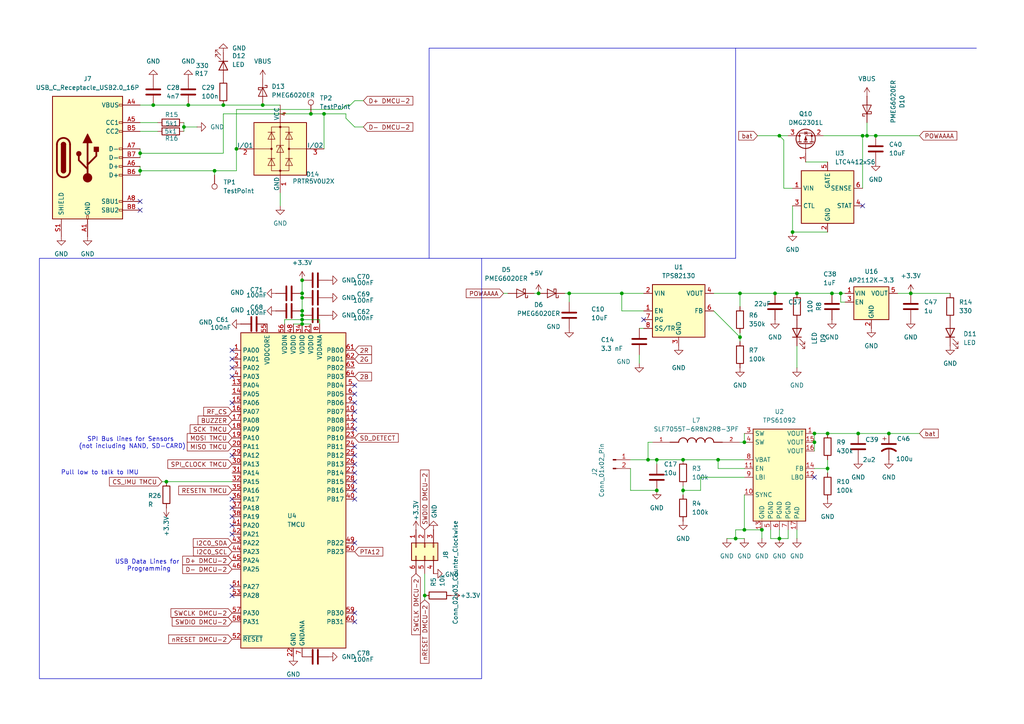
<source format=kicad_sch>
(kicad_sch (version 20250114) (generator "eeschema") (generator_version "9.0")
  (paper "A4")
  (rectangle (start 11.43 74.93) (end 139.7 196.85))
  (rectangle (start -120.65 31.75) (end -2.54 91.44))
  (rectangle (start -74.676 92.71) (end -2.54 135.636))
  (rectangle (start -144.78 137.16) (end -2.54 182.88))
  (text "Storage/Logging" (at -79.248 180.086 0) (effects (font (size 1.27 1.27))))
  (text "Pull low to talk to IMU" (at 28.956 137.16 0) (effects (font (size 1.27 1.27))))
  (text "Baro" (at -42.926 133.35 0) (effects (font (size 2.032 2.032))))
  (text "USB Data Lines for \nProgramming" (at 43.18 164.084 0) (effects (font (size 1.27 1.27))))
  (text "SPI Bus lines for Sensors \n(not including NAND, SD-CARD)" (at 38.354 128.524 0) (effects (font (size 1.27 1.27))))
  (junction (at -55.88 106.68))
  (junction (at 90.17 33.02))
  (junction (at -71.12 53.34))
  (junction (at -110.49 124.46))
  (junction (at 240.03 125.73))
  (junction (at 250.19 39.37))
  (junction (at 226.06 156.21))
  (junction (at 123.19 172.72))
  (junction (at 226.06 39.37))
  (junction (at 198.12 133.35))
  (junction (at 240.03 135.89))
  (junction (at -133.35 115.57))
  (junction (at 180.34 85.09))
  (junction (at -60.96 153.67))
  (junction (at 264.16 85.09))
  (junction (at 241.3 85.09))
  (junction (at 236.22 128.27))
  (junction (at 243.84 85.09))
  (junction (at 213.36 156.21))
  (junction (at 214.63 85.09))
  (junction (at 87.63 92.71))
  (junction (at 229.87 67.31))
  (junction (at 62.23 49.53))
  (junction (at -46.99 45.72))
  (junction (at 53.34 36.83))
  (junction (at 165.1 85.09))
  (junction (at 187.96 133.35))
  (junction (at 198.12 142.24))
  (junction (at 190.5 142.24))
  (junction (at 87.63 93.98))
  (junction (at 208.28 133.35))
  (junction (at 40.64 49.53))
  (junction (at 87.63 90.17))
  (junction (at -55.88 101.6))
  (junction (at 220.98 153.67))
  (junction (at 214.63 97.79))
  (junction (at 68.58 43.18))
  (junction (at 215.9 153.67))
  (junction (at 93.98 33.02))
  (junction (at 44.45 30.48))
  (junction (at 48.26 139.7))
  (junction (at 254 39.37))
  (junction (at 76.2 30.48))
  (junction (at -110.49 119.38))
  (junction (at 87.63 81.28))
  (junction (at 64.77 30.48))
  (junction (at 251.46 39.37))
  (junction (at 231.14 85.09))
  (junction (at 87.63 85.09))
  (junction (at 236.22 125.73))
  (junction (at 248.92 125.73))
  (junction (at 156.21 85.09))
  (junction (at 215.9 128.27))
  (junction (at -100.33 146.05))
  (junction (at 54.61 30.48))
  (junction (at 257.81 125.73))
  (junction (at -55.88 107.95))
  (junction (at 87.63 91.44))
  (junction (at -49.53 45.72))
  (junction (at 224.79 85.09))
  (junction (at 40.64 44.45))
  (junction (at 87.63 86.36))
  (junction (at -71.12 55.88))
  (junction (at 190.5 133.35))
  (no_connect (at 102.87 116.84))
  (no_connect (at 102.87 180.34))
  (no_connect (at 67.31 116.84))
  (no_connect (at 102.87 177.8))
  (no_connect (at 102.87 139.7))
  (no_connect (at 236.22 138.43))
  (no_connect (at 67.31 147.32))
  (no_connect (at 40.64 58.42))
  (no_connect (at 67.31 170.18))
  (no_connect (at 67.31 149.86))
  (no_connect (at 102.87 134.62))
  (no_connect (at 67.31 152.4))
  (no_connect (at -58.42 168.91))
  (no_connect (at 67.31 172.72))
  (no_connect (at 102.87 144.78))
  (no_connect (at 102.87 129.54))
  (no_connect (at 67.31 109.22))
  (no_connect (at -64.77 66.04))
  (no_connect (at 67.31 104.14))
  (no_connect (at 102.87 119.38))
  (no_connect (at 67.31 144.78))
  (no_connect (at -64.77 63.5))
  (no_connect (at 102.87 111.76))
  (no_connect (at 102.87 137.16))
  (no_connect (at -34.29 55.88))
  (no_connect (at 102.87 142.24))
  (no_connect (at 102.87 157.48))
  (no_connect (at 67.31 132.08))
  (no_connect (at 102.87 114.3))
  (no_connect (at 67.31 106.68))
  (no_connect (at -58.42 151.13))
  (no_connect (at 102.87 132.08))
  (no_connect (at 186.69 92.71))
  (no_connect (at 67.31 101.6))
  (no_connect (at 102.87 124.46))
  (no_connect (at 67.31 154.94))
  (no_connect (at 250.19 59.69))
  (no_connect (at 40.64 60.96))
  (no_connect (at 102.87 121.92))
  (wire (pts (xy -55.88 101.6) (xy -55.88 106.68)))
  (wire (pts (xy -129.54 110.49) (xy -129.54 111.76)))
  (wire (pts (xy 64.77 44.45) (xy 64.77 33.02)))
  (wire (pts (xy 240.03 135.89) (xy 240.03 133.35)))
  (wire (pts (xy -133.35 115.57) (xy -133.35 118.11)))
  (wire (pts (xy 163.83 85.09) (xy 165.1 85.09)))
  (wire (pts (xy 245.11 87.63) (xy 243.84 87.63)))
  (wire (pts (xy 210.82 156.21) (xy 213.36 156.21)))
  (wire (pts (xy -74.93 53.34) (xy -71.12 53.34)))
  (wire (pts (xy 264.16 85.09) (xy 275.59 85.09)))
  (wire (pts (xy -104.14 119.38) (xy -110.49 119.38)))
  (wire (pts (xy 87.63 81.28) (xy 87.63 85.09)))
  (wire (pts (xy 64.77 30.48) (xy 76.2 30.48)))
  (polyline (pts (xy 124.46 74.93) (xy 124.46 13.97)))
  (wire (pts (xy 208.28 133.35) (xy 215.9 133.35)))
  (wire (pts (xy 213.36 153.67) (xy 215.9 153.67)))
  (wire (pts (xy 215.9 125.73) (xy 215.9 128.27)))
  (wire (pts (xy 198.12 133.35) (xy 208.28 133.35)))
  (wire (pts (xy -34.29 113.03) (xy -40.64 113.03)))
  (wire (pts (xy 82.55 92.71) (xy 82.55 93.98)))
  (wire (pts (xy 236.22 128.27) (xy 236.22 130.81)))
  (wire (pts (xy 240.03 137.16) (xy 240.03 135.89)))
  (wire (pts (xy 102.87 29.21) (xy 105.41 29.21)))
  (wire (pts (xy 40.64 44.45) (xy 40.64 45.72)))
  (wire (pts (xy 53.34 36.83) (xy 57.15 36.83)))
  (wire (pts (xy 180.34 90.17) (xy 180.34 85.09)))
  (wire (pts (xy 40.64 35.56) (xy 45.72 35.56)))
  (wire (pts (xy -30.48 53.34) (xy -34.29 53.34)))
  (wire (pts (xy 207.01 85.09) (xy 214.63 85.09)))
  (wire (pts (xy 224.79 85.09) (xy 231.14 85.09)))
  (wire (pts (xy 257.81 125.73) (xy 266.7 125.73)))
  (wire (pts (xy 62.23 49.53) (xy 68.58 49.53)))
  (wire (pts (xy 185.42 102.87) (xy 185.42 105.41)))
  (polyline (pts (xy 213.36 74.93) (xy 213.36 13.97)))
  (wire (pts (xy 54.61 30.48) (xy 64.77 30.48)))
  (wire (pts (xy 40.64 44.45) (xy 64.77 44.45)))
  (wire (pts (xy 186.69 90.17) (xy 180.34 90.17)))
  (wire (pts (xy 180.34 85.09) (xy 186.69 85.09)))
  (wire (pts (xy -110.49 124.46) (xy -110.49 129.54)))
  (wire (pts (xy 53.34 35.56) (xy 53.34 36.83)))
  (wire (pts (xy -104.14 124.46) (xy -110.49 124.46)))
  (polyline (pts (xy 213.36 13.97) (xy 283.21 13.97)))
  (wire (pts (xy 90.17 33.02) (xy 93.98 33.02)))
  (wire (pts (xy 215.9 153.67) (xy 220.98 153.67)))
  (wire (pts (xy -110.49 119.38) (xy -110.49 124.46)))
  (wire (pts (xy -110.49 129.54) (xy -104.14 129.54)))
  (wire (pts (xy -34.29 118.11) (xy -40.64 118.11)))
  (wire (pts (xy 223.52 156.21) (xy 226.06 156.21)))
  (wire (pts (xy 198.12 142.24) (xy 203.2 142.24)))
  (wire (pts (xy 44.45 30.48) (xy 54.61 30.48)))
  (wire (pts (xy 240.03 125.73) (xy 236.22 125.73)))
  (wire (pts (xy -58.42 107.95) (xy -55.88 107.95)))
  (wire (pts (xy 190.5 133.35) (xy 190.5 134.62)))
  (wire (pts (xy 40.64 43.18) (xy 40.64 44.45)))
  (wire (pts (xy 85.09 93.98) (xy 87.63 93.98)))
  (wire (pts (xy 243.84 87.63) (xy 243.84 85.09)))
  (wire (pts (xy 81.28 55.88) (xy 81.28 59.69)))
  (wire (pts (xy 254 39.37) (xy 266.7 39.37)))
  (wire (pts (xy 68.58 43.18) (xy 68.58 31.75)))
  (wire (pts (xy -133.35 115.57) (xy -132.08 115.57)))
  (wire (pts (xy -71.12 55.88) (xy -71.12 58.42)))
  (wire (pts (xy 214.63 99.06) (xy 214.63 97.79)))
  (wire (pts (xy 68.58 31.75) (xy 99.06 31.75)))
  (wire (pts (xy 236.22 135.89) (xy 240.03 135.89)))
  (wire (pts (xy 182.88 135.89) (xy 182.88 142.24)))
  (wire (pts (xy 214.63 128.27) (xy 215.9 128.27)))
  (wire (pts (xy 187.96 128.27) (xy 189.23 128.27)))
  (wire (pts (xy 40.64 48.26) (xy 40.64 49.53)))
  (wire (pts (xy 227.33 40.64) (xy 226.06 39.37)))
  (wire (pts (xy 198.12 142.24) (xy 198.12 140.97)))
  (wire (pts (xy 229.87 67.31) (xy 240.03 67.31)))
  (wire (pts (xy 207.01 90.17) (xy 214.63 97.79)))
  (wire (pts (xy 231.14 156.21) (xy 231.14 153.67)))
  (wire (pts (xy 215.9 138.43) (xy 203.2 138.43)))
  (wire (pts (xy 190.5 133.35) (xy 198.12 133.35)))
  (wire (pts (xy 40.64 49.53) (xy 62.23 49.53)))
  (wire (pts (xy 93.98 33.02) (xy 100.33 33.02)))
  (wire (pts (xy 231.14 100.33) (xy 231.14 106.68)))
  (wire (pts (xy 208.28 135.89) (xy 215.9 135.89)))
  (wire (pts (xy 46.99 139.7) (xy 48.26 139.7)))
  (wire (pts (xy 250.19 39.37) (xy 250.19 54.61)))
  (wire (pts (xy -64.77 55.88) (xy -71.12 55.88)))
  (wire (pts (xy -114.3 165.1) (xy -110.49 165.1)))
  (wire (pts (xy 101.6 30.48) (xy 102.87 29.21)))
  (wire (pts (xy 214.63 88.9) (xy 214.63 85.09)))
  (wire (pts (xy 99.06 31.75) (xy 100.33 30.48)))
  (wire (pts (xy 82.55 92.71) (xy 87.63 92.71)))
  (wire (pts (xy 213.36 153.67) (xy 213.36 156.21)))
  (wire (pts (xy 220.98 156.21) (xy 220.98 153.67)))
  (wire (pts (xy 257.81 125.73) (xy 248.92 125.73)))
  (wire (pts (xy 226.06 39.37) (xy 228.6 39.37)))
  (wire (pts (xy 226.06 153.67) (xy 226.06 156.21)))
  (wire (pts (xy 92.71 92.71) (xy 92.71 93.98)))
  (wire (pts (xy 223.52 153.67) (xy 223.52 156.21)))
  (wire (pts (xy 165.1 85.09) (xy 180.34 85.09)))
  (wire (pts (xy -60.96 173.99) (xy -58.42 173.99)))
  (wire (pts (xy 214.63 85.09) (xy 224.79 85.09)))
  (wire (pts (xy 229.87 67.31) (xy 229.87 59.69)))
  (wire (pts (xy 87.63 92.71) (xy 92.71 92.71)))
  (wire (pts (xy 40.64 38.1) (xy 45.72 38.1)))
  (wire (pts (xy 102.87 36.83) (xy 105.41 36.83)))
  (wire (pts (xy 187.96 133.35) (xy 190.5 133.35)))
  (wire (pts (xy 182.88 133.35) (xy 187.96 133.35)))
  (wire (pts (xy 238.76 39.37) (xy 250.19 39.37)))
  (wire (pts (xy 76.2 30.48) (xy 81.28 30.48)))
  (polyline (pts (xy 124.46 13.97) (xy 213.36 13.97)))
  (wire (pts (xy 165.1 87.63) (xy 165.1 85.09)))
  (wire (pts (xy 226.06 156.21) (xy 228.6 156.21)))
  (wire (pts (xy 236.22 125.73) (xy 236.22 128.27)))
  (wire (pts (xy 241.3 85.09) (xy 243.84 85.09)))
  (wire (pts (xy 182.88 142.24) (xy 190.5 142.24)))
  (wire (pts (xy 243.84 85.09) (xy 245.11 85.09)))
  (wire (pts (xy 185.42 95.25) (xy 186.69 95.25)))
  (wire (pts (xy 248.92 125.73) (xy 240.03 125.73)))
  (wire (pts (xy 215.9 143.51) (xy 215.9 153.67)))
  (wire (pts (xy 40.64 49.53) (xy 40.64 50.8)))
  (wire (pts (xy 154.94 85.09) (xy 156.21 85.09)))
  (wire (pts (xy -55.88 106.68) (xy -55.88 107.95)))
  (wire (pts (xy -111.76 162.56) (xy -110.49 162.56)))
  (wire (pts (xy 87.63 85.09) (xy 87.63 86.36)))
  (wire (pts (xy 62.23 50.8) (xy 62.23 49.53)))
  (wire (pts (xy -62.23 153.67) (xy -60.96 153.67)))
  (wire (pts (xy 198.12 143.51) (xy 198.12 142.24)))
  (wire (pts (xy 219.71 39.37) (xy 226.06 39.37)))
  (wire (pts (xy 40.64 30.48) (xy 44.45 30.48)))
  (wire (pts (xy 208.28 133.35) (xy 208.28 135.89)))
  (wire (pts (xy 53.34 36.83) (xy 53.34 38.1)))
  (wire (pts (xy 100.33 34.29) (xy 102.87 36.83)))
  (wire (pts (xy -71.12 53.34) (xy -71.12 55.88)))
  (wire (pts (xy 227.33 54.61) (xy 227.33 40.64)))
  (wire (pts (xy 87.63 92.71) (xy 87.63 93.98)))
  (wire (pts (xy 68.58 49.53) (xy 68.58 43.18)))
  (wire (pts (xy 87.63 93.98) (xy 90.17 93.98)))
  (wire (pts (xy -100.33 144.78) (xy -100.33 146.05)))
  (wire (pts (xy 231.14 85.09) (xy 241.3 85.09)))
  (wire (pts (xy -135.89 115.57) (xy -133.35 115.57)))
  (wire (pts (xy 100.33 33.02) (xy 100.33 34.29)))
  (wire (pts (xy 147.32 85.09) (xy 146.05 85.09)))
  (wire (pts (xy 64.77 33.02) (xy 90.17 33.02)))
  (wire (pts (xy 233.68 46.99) (xy 240.03 46.99)))
  (wire (pts (xy 228.6 156.21) (xy 228.6 153.67)))
  (wire (pts (xy 250.19 39.37) (xy 251.46 39.37)))
  (wire (pts (xy -60.96 153.67) (xy -58.42 153.67)))
  (wire (pts (xy -100.33 146.05) (xy -100.33 147.32)))
  (wire (pts (xy 251.46 35.56) (xy 251.46 39.37)))
  (wire (pts (xy 213.36 156.21) (xy 215.9 156.21)))
  (wire (pts (xy -40.64 115.57) (xy -34.29 115.57)))
  (wire (pts (xy 87.63 91.44) (xy 87.63 92.71)))
  (wire (pts (xy 93.98 33.02) (xy 93.98 43.18)))
  (wire (pts (xy 260.35 85.09) (xy 264.16 85.09)))
  (wire (pts (xy 227.33 54.61) (xy 229.87 54.61)))
  (wire (pts (xy 251.46 39.37) (xy 254 39.37)))
  (wire (pts (xy 100.33 30.48) (xy 101.6 30.48)))
  (wire (pts (xy 87.63 86.36) (xy 87.63 90.17)))
  (wire (pts (xy 214.63 96.52) (xy 214.63 97.79)))
  (wire (pts (xy 87.63 90.17) (xy 87.63 91.44)))
  (wire (pts (xy -133.35 125.73) (xy -133.35 129.54)))
  (wire (pts (xy 187.96 128.27) (xy 187.96 133.35)))
  (wire (pts (xy 123.19 166.37) (xy 123.19 172.72)))
  (wire (pts (xy -20.32 120.65) (xy -40.64 120.65)))
  (polyline (pts (xy 139.7 74.93) (xy 213.36 74.93)))
  (wire (pts (xy -110.49 115.57) (xy -110.49 119.38)))
  (wire (pts (xy 203.2 138.43) (xy 203.2 142.24)))
  (wire (pts (xy -71.12 53.34) (xy -64.77 53.34)))
  (wire (pts (xy 48.26 139.7) (xy 67.31 139.7)))
  (wire (pts (xy -71.12 58.42) (xy -64.77 58.42)))
  (wire (pts (xy 123.19 173.99) (xy 123.19 172.72)))
  (global_label "INTERRUPT TMCU" (shape input) (at -30.48 53.34 0) (property "Intersheetrefs" "${INTERSHEET_REFS}" (effects (hide yes))))
  (global_label "SWCLK DMCU-2" (shape input) (at 67.31 177.8 180) (property "Intersheetrefs" "${INTERSHEET_REFS}" (effects (hide yes))))
  (global_label "RESETN TMCU" (shape input) (at 67.31 142.24 180) (property "Intersheetrefs" "${INTERSHEET_REFS}" (effects (hide yes))))
  (global_label "MOSI TMCU" (shape input) (at -58.42 156.21 180) (property "Intersheetrefs" "${INTERSHEET_REFS}" (effects (hide yes))))
  (global_label "POWAAAA" (shape input) (at 266.7 39.37 0) (property "Intersheetrefs" "${INTERSHEET_REFS}" (effects (hide yes))))
  (global_label "SPI_CLOCK TMCU" (shape input) (at 67.31 134.62 180) (property "Intersheetrefs" "${INTERSHEET_REFS}" (effects (hide yes))))
  (global_label "MISO TMCU" (shape input) (at -58.42 166.37 180) (property "Intersheetrefs" "${INTERSHEET_REFS}" (effects (hide yes))))
  (global_label "SWCLK DMCU-2" (shape input) (at 120.65 166.37 270) (property "Intersheetrefs" "${INTERSHEET_REFS}" (effects (hide yes))))
  (global_label "nRESET DMCU-2" (shape input) (at 123.19 173.99 270) (property "Intersheetrefs" "${INTERSHEET_REFS}" (effects (hide yes))))
  (global_label "SD_DETECT" (shape input) (at 102.87 127 0) (property "Intersheetrefs" "${INTERSHEET_REFS}" (effects (hide yes))))
  (global_label "MOSI TMCU" (shape input) (at -110.49 157.48 180) (property "Intersheetrefs" "${INTERSHEET_REFS}" (effects (hide yes))))
  (global_label "D- DMCU-2" (shape input) (at 67.31 165.1 180) (property "Intersheetrefs" "${INTERSHEET_REFS}" (effects (hide yes))))
  (global_label "2G" (shape input) (at -86.36 124.46 0) (property "Intersheetrefs" "${INTERSHEET_REFS}" (effects (hide yes))))
  (global_label "2B" (shape input) (at -86.36 129.54 0) (property "Intersheetrefs" "${INTERSHEET_REFS}" (effects (hide yes))))
  (global_label "D- DMCU-2" (shape input) (at 105.41 36.83 0) (property "Intersheetrefs" "${INTERSHEET_REFS}" (effects (hide yes))))
  (global_label "2R" (shape input) (at -86.36 119.38 0) (property "Intersheetrefs" "${INTERSHEET_REFS}" (effects (hide yes))))
  (global_label "2G" (shape input) (at 102.87 104.14 0) (property "Intersheetrefs" "${INTERSHEET_REFS}" (effects (hide yes))))
  (global_label "I2C0_SDA" (shape input) (at 67.31 157.48 180) (property "Intersheetrefs" "${INTERSHEET_REFS}" (effects (hide yes))))
  (global_label "CS_NAND MMCU" (shape input) (at -110.49 152.4 180) (property "Intersheetrefs" "${INTERSHEET_REFS}" (effects (hide yes))))
  (global_label "SCK TMCU" (shape input) (at -110.49 154.94 180) (property "Intersheetrefs" "${INTERSHEET_REFS}" (effects (hide yes))))
  (global_label "PTA12" (shape input) (at 102.87 160.02 0) (property "Intersheetrefs" "${INTERSHEET_REFS}" (effects (hide yes))))
  (global_label "SWDIO DMCU-2" (shape input) (at 123.19 153.67 90) (property "Intersheetrefs" "${INTERSHEET_REFS}" (effects (hide yes))))
  (global_label "I2C0_SCL" (shape input) (at 67.31 160.02 180) (property "Intersheetrefs" "${INTERSHEET_REFS}" (effects (hide yes))))
  (global_label "SCK TMCU" (shape input) (at -58.42 161.29 180) (property "Intersheetrefs" "${INTERSHEET_REFS}" (effects (hide yes))))
  (global_label "I2C0_SDA" (shape input) (at -34.29 113.03 0) (property "Intersheetrefs" "${INTERSHEET_REFS}" (effects (hide yes))))
  (global_label "CS_IMU TMCU" (shape input) (at -64.77 68.58 180) (property "Intersheetrefs" "${INTERSHEET_REFS}" (effects (hide yes))))
  (global_label "2B" (shape input) (at 102.87 109.22 0) (property "Intersheetrefs" "${INTERSHEET_REFS}" (effects (hide yes))))
  (global_label "D+ DMCU-2" (shape input) (at 67.31 162.56 180) (property "Intersheetrefs" "${INTERSHEET_REFS}" (effects (hide yes))))
  (global_label "bat" (shape input) (at 266.7 125.73 0) (property "Intersheetrefs" "${INTERSHEET_REFS}" (effects (hide yes))))
  (global_label "CS_SD MMCU" (shape input) (at -62.23 153.67 180) (property "Intersheetrefs" "${INTERSHEET_REFS}" (effects (hide yes))))
  (global_label "BUZZER" (shape input) (at -135.89 115.57 180) (property "Intersheetrefs" "${INTERSHEET_REFS}" (effects (hide yes))))
  (global_label "nRESET DMCU-2" (shape input) (at 67.31 185.42 180) (property "Intersheetrefs" "${INTERSHEET_REFS}" (effects (hide yes))))
  (global_label "RF_CS" (shape input) (at 67.31 119.38 180) (property "Intersheetrefs" "${INTERSHEET_REFS}" (effects (hide yes))))
  (global_label "MISO TMCU" (shape input) (at -110.49 160.02 180) (property "Intersheetrefs" "${INTERSHEET_REFS}" (effects (hide yes))))
  (global_label "bat" (shape input) (at 219.71 39.37 180) (property "Intersheetrefs" "${INTERSHEET_REFS}" (effects (hide yes))))
  (global_label "MOSI TMCU" (shape input) (at 67.31 127 180) (property "Intersheetrefs" "${INTERSHEET_REFS}" (effects (hide yes))))
  (global_label "BUZZER" (shape input) (at 67.31 121.92 180) (property "Intersheetrefs" "${INTERSHEET_REFS}" (effects (hide yes))))
  (global_label "I2C0_SCL" (shape input) (at -34.29 118.11 0) (property "Intersheetrefs" "${INTERSHEET_REFS}" (effects (hide yes))))
  (global_label "SCK TMCU" (shape input) (at 67.31 124.46 180) (property "Intersheetrefs" "${INTERSHEET_REFS}" (effects (hide yes))))
  (global_label "2R" (shape input) (at 102.87 101.6 0) (property "Intersheetrefs" "${INTERSHEET_REFS}" (effects (hide yes))))
  (global_label "MISO TMCU" (shape input) (at 67.31 129.54 180) (property "Intersheetrefs" "${INTERSHEET_REFS}" (effects (hide yes))))
  (global_label "D+ DMCU-2" (shape input) (at 105.41 29.21 0) (property "Intersheetrefs" "${INTERSHEET_REFS}" (effects (hide yes))))
  (global_label "SWDIO DMCU-2" (shape input) (at 67.31 180.34 180) (property "Intersheetrefs" "${INTERSHEET_REFS}" (effects (hide yes))))
  (global_label "CS_IMU TMCU" (shape input) (at 46.99 139.7 180) (property "Intersheetrefs" "${INTERSHEET_REFS}" (effects (hide yes))))
  (global_label "SD_DETECT" (shape input) (at -58.42 173.99 270) (property "Intersheetrefs" "${INTERSHEET_REFS}" (effects (hide yes))))
  (global_label "POWAAAA" (shape input) (at 146.05 85.09 180) (property "Intersheetrefs" "${INTERSHEET_REFS}" (effects (hide yes))))
  (symbol (lib_id "power:GND") (at 254 46.99 0) (unit 1)
    (property "Reference" "#PWR049" (effects (hide yes)))
    (property "Value" "GND" (at 254 52.07 0))
    (property "Description" "Power symbol creates a global label with name \"GND\" , ground" (effects (hide yes)))
  )
  (symbol (lib_id "power:+5V") (at 156.21 85.09 0) (unit 1)
    (property "Reference" "#PWR08" (effects (hide yes)))
    (property "Value" "+5V" (at 155.448 79.248 0))
    (property "Description" "Power symbol creates a global label with name \"+5V\"" (effects (hide yes)))
  )
  (symbol (lib_id "power:GND") (at -34.29 115.57 90) (unit 1)
    (property "Reference" "#PWR062" (effects (hide yes)))
    (property "Value" "GND" (at -29.21 115.5699 90) (effects (justify right)))
    (property "Description" "Power symbol creates a global label with name \"GND\" , ground" (effects (hide yes)))
  )
  (symbol (lib_id "power:GND") (at -39.37 45.72 90) (unit 1)
    (property "Reference" "#PWR061" (effects (hide yes)))
    (property "Value" "GND" (at -35.56 45.7199 90) (effects (justify right)))
    (property "Description" "Power symbol creates a global label with name \"GND\" , ground" (effects (hide yes)))
  )
  (symbol (lib_id "power:+3.3V") (at -68.58 173.99 90) (unit 1)
    (property "Reference" "#PWR021" (effects (hide yes)))
    (property "Value" "+3.3V" (at -72.39 173.9899 90) (effects (justify left)))
    (property "Description" "Power symbol creates a global label with name \"+3.3V\"" (effects (hide yes)))
  )
  (symbol (lib_id "power:+3.3V") (at -30.48 45.72 0) (unit 1)
    (property "Reference" "#PWR071" (effects (hide yes)))
    (property "Value" "+3.3V" (at -30.48 40.386 90))
    (property "Description" "Power symbol creates a global label with name \"+3.3V\"" (effects (hide yes)))
  )
  (symbol (lib_id "power:+3.3V") (at 87.63 81.28 0) (unit 1)
    (property "Reference" "#PWR06" (effects (hide yes)))
    (property "Value" "+3.3V" (at 87.63 76.2 0))
    (property "Description" "Power symbol creates a global label with name \"+3.3V\"" (effects (hide yes)))
  )
  (symbol (lib_id "power:GND") (at 80.01 90.17 270) (unit 1)
    (property "Reference" "#PWR0195" (effects (hide yes)))
    (property "Value" "GND" (at 70.866 89.916 90) (effects (justify right)))
    (property "Description" "Power symbol creates a global label with name \"GND\" , ground" (effects (hide yes)))
  )
  (symbol (lib_id "Device:LED") (at 231.14 96.52 90) (unit 1)
    (property "Reference" "D9" (at 238.76 98.1075 0))
    (property "Value" "LED" (at 236.22 98.1075 0))
    (property "Footprint" "LED_SMD:LED_0603_1608Metric" (effects (hide yes)))
    (property "Description" "Light emitting diode" (effects (hide yes)))
    (property "Sim.Pins" "1=K 2=A" (effects (hide yes)))
  )
  (symbol (lib_id "Device:C") (at 83.82 90.17 90) (unit 1)
    (property "Reference" "C68" (at 74.422 89.154 90))
    (property "Value" "100nF" (at 74.422 90.678 90))
    (property "Footprint" "Capacitor_SMD:C_0603_1608Metric" (effects (hide yes)))
    (property "Description" "Unpolarized capacitor" (effects (hide yes)))
  )
  (symbol (lib_id "power:GND") (at 95.25 91.44 90) (unit 1)
    (property "Reference" "#PWR0167" (effects (hide yes)))
    (property "Value" "GND" (at 99.06 91.4401 90) (effects (justify right)))
    (property "Description" "Power symbol creates a global label with name \"GND\" , ground" (effects (hide yes)))
  )
  (symbol (lib_id "Device:R") (at -36.83 125.73 270) (unit 1)
    (property "Reference" "R25" (at -19.558 124.968 0) (effects (justify left)))
    (property "Value" "10k" (at -22.098 124.968 0) (effects (justify left)))
    (property "Footprint" "Resistor_SMD:R_0603_1608Metric" (effects (hide yes)))
    (property "Description" "Resistor" (effects (hide yes)))
  )
  (symbol (lib_id "Device:C") (at 241.3 88.9 0) (unit 1)
    (property "Reference" "C38" (at 238.76 79.502 0) (effects (justify left)))
    (property "Value" "1uF" (at 238.76 82.042 0) (effects (justify left)))
    (property "Footprint" "Capacitor_SMD:C_0603_1608Metric" (effects (hide yes)))
    (property "Description" "Unpolarized capacitor" (effects (hide yes)))
  )
  (symbol (lib_id "power:GND") (at 231.14 106.68 0) (unit 1)
    (property "Reference" "#PWR032" (effects (hide yes)))
    (property "Value" "GND" (at 231.14 111.76 0))
    (property "Description" "Power symbol creates a global label with name \"GND\" , ground" (effects (hide yes)))
  )
  (symbol (lib_id "power:GND") (at -100.33 172.72 0) (unit 1)
    (property "Reference" "#PWR019" (effects (hide yes)))
    (property "Value" "GND" (at -100.33 177.8 0))
    (property "Description" "Power symbol creates a global label with name \"GND\" , ground" (effects (hide yes)))
  )
  (symbol (lib_id "Device:R") (at 198.12 147.32 0) (unit 1)
    (property "Reference" "R4" (at 200.66 146.0499 0) (effects (justify left)))
    (property "Value" "100k" (at 200.66 148.5899 0) (effects (justify left)))
    (property "Footprint" "Resistor_SMD:R_0603_1608Metric" (effects (hide yes)))
    (property "Description" "Resistor" (effects (hide yes)))
  )
  (symbol (lib_id "power:+3.3V") (at -12.7 120.65 270) (unit 1)
    (property "Reference" "#PWR072" (effects (hide yes)))
    (property "Value" "+3.3V" (at -6.858 120.65 90))
    (property "Description" "Power symbol creates a global label with name \"+3.3V\"" (effects (hide yes)))
  )
  (symbol (lib_id "Device:C") (at 165.1 91.44 0) (unit 1)
    (property "Reference" "C10" (at 171.45 89.662 0) (effects (justify left)))
    (property "Value" "10uF" (at 171.45 92.202 0) (effects (justify left)))
    (property "Footprint" "Capacitor_SMD:C_0603_1608Metric" (effects (hide yes)))
    (property "Description" "Unpolarized capacitor" (effects (hide yes)))
  )
  (symbol (lib_id "Transistor_FET:DMG2301L") (at 233.68 41.91 90) (unit 1)
    (property "Reference" "Q10" (at 233.68 33.02 90))
    (property "Value" "DMG2301L" (at 233.68 35.56 90))
    (property "Footprint" "Package_TO_SOT_SMD:SOT-23" (effects (hide yes)))
    (property "Datasheet" "https://www.diodes.com/assets/Datasheets/DMG2301L.pdf" (effects (hide yes)))
    (property "Description" "-3A Id, -20V Vds, P-Channel MOSFET, SOT-23" (effects (hide yes)))
  )
  (symbol (lib_id "Device:C") (at 44.45 26.67 0) (unit 1)
    (property "Reference" "C28" (at 48.26 25.3999 0) (effects (justify left)))
    (property "Value" "4n7" (at 48.26 27.9399 0) (effects (justify left)))
    (property "Footprint" "Capacitor_SMD:C_0603_1608Metric" (effects (hide yes)))
    (property "Description" "Unpolarized capacitor" (effects (hide yes)))
  )
  (symbol (lib_id "Device:R") (at -114.3 168.91 180) (unit 1)
    (property "Reference" "R2" (at -118.872 168.656 90))
    (property "Value" "10kΩ" (at -117.348 168.91 90))
    (property "Footprint" "Resistor_SMD:R_0603_1608Metric" (effects (hide yes)))
    (property "Description" "Resistor" (effects (hide yes)))
  )
  (symbol (lib_id "Connector_Generic:Conn_02x03_Counter_Clockwise") (at 123.19 158.75 90) (mirror x) (unit 1)
    (property "Reference" "J8" (at 129.286 159.766 0) (effects (justify left)))
    (property "Value" "Conn_02x03_Counter_Clockwise" (at 132.08 150.876 0) (effects (justify left)))
    (property "Footprint" "Connector_PinHeader_2.54mm:PinHeader_2x03_P2.54mm_Vertical" (effects (hide yes)))
    (property "Description" "Generic connector, double row, 02x03, counter clockwise pin numbering scheme (similar to DIP package numbering), script generated (kicad-library-utils/schlib/autogen/connector/)" (effects (hide yes)))
  )
  (symbol (lib_id "Device:C") (at 91.44 86.36 270) (unit 1)
    (property "Reference" "C69" (at 105.41 85.344 90))
    (property "Value" "100nF" (at 105.41 87.122 90))
    (property "Footprint" "Capacitor_SMD:C_0603_1608Metric" (effects (hide yes)))
    (property "Description" "Unpolarized capacitor" (effects (hide yes)))
  )
  (symbol (lib_id "Device:C") (at 254 43.18 0) (unit 1)
    (property "Reference" "C40" (at 257.81 41.9099 0) (effects (justify left)))
    (property "Value" "10uF" (at 257.81 44.4499 0) (effects (justify left)))
    (property "Footprint" "Capacitor_SMD:C_0603_1608Metric" (effects (hide yes)))
    (property "Description" "Unpolarized capacitor" (effects (hide yes)))
  )
  (symbol (lib_id "power:+3.3V") (at 120.65 153.67 0) (mirror y) (unit 1)
    (property "Reference" "#PWR0211" (effects (hide yes)))
    (property "Value" "+3.3V" (at 120.65 148.082 90))
    (property "Description" "Power symbol creates a global label with name \"+3.3V\"" (effects (hide yes)))
  )
  (symbol (lib_id "power:+3.3V") (at 48.26 147.32 180) (unit 1)
    (property "Reference" "#PWR095" (effects (hide yes)))
    (property "Value" "+3.3V" (at 48.26 152.654 90))
    (property "Description" "Power symbol creates a global label with name \"+3.3V\"" (effects (hide yes)))
  )
  (symbol (lib_id "Device:R") (at 127 172.72 90) (unit 1)
    (property "Reference" "R5" (at 125.7299 170.18 0) (effects (justify left)))
    (property "Value" "10k" (at 128.2699 170.18 0) (effects (justify left)))
    (property "Footprint" "Resistor_SMD:R_0603_1608Metric" (effects (hide yes)))
    (property "Description" "Resistor" (effects (hide yes)))
  )
  (symbol (lib_id "Device:C") (at 185.42 99.06 0) (unit 1)
    (property "Reference" "C14" (at 174.244 98.552 0) (effects (justify left)))
    (property "Value" "3.3 nF" (at 174.244 101.092 0) (effects (justify left)))
    (property "Footprint" "Capacitor_SMD:C_0603_1608Metric" (effects (hide yes)))
    (property "Description" "Unpolarized capacitor" (effects (hide yes)))
  )
  (symbol (lib_id "power:GND") (at -110.49 115.57 180) (unit 1)
    (property "Reference" "#PWR017" (effects (hide yes)))
    (property "Value" "GND" (at -110.49 110.49 0))
    (property "Description" "Power symbol creates a global label with name \"GND\" , ground" (effects (hide yes)))
  )
  (symbol (lib_id "power:+3.3V") (at -111.76 170.18 180) (unit 1)
    (property "Reference" "#PWR015" (effects (hide yes)))
    (property "Value" "+3.3V" (at -111.7601 173.99 90) (effects (justify left)))
    (property "Description" "Power symbol creates a global label with name \"+3.3V\"" (effects (hide yes)))
  )
  (symbol (lib_id "power:GND") (at 215.9 156.21 0) (unit 1)
    (property "Reference" "#PWR027" (effects (hide yes)))
    (property "Value" "GND" (at 215.9 161.29 0))
    (property "Description" "Power symbol creates a global label with name \"GND\" , ground" (effects (hide yes)))
  )
  (symbol (lib_id "power:GND") (at 125.73 166.37 90) (unit 1)
    (property "Reference" "#PWR024" (effects (hide yes)))
    (property "Value" "GND" (at 129.032 166.624 90) (effects (justify right)))
    (property "Description" "Power symbol creates a global label with name \"GND\" , ground" (effects (hide yes)))
  )
  (symbol (lib_id "power:GND") (at 210.82 156.21 0) (unit 1)
    (property "Reference" "#PWR025" (effects (hide yes)))
    (property "Value" "GND" (at 210.82 161.29 0))
    (property "Description" "Power symbol creates a global label with name \"GND\" , ground" (effects (hide yes)))
  )
  (symbol (lib_id "Device:R") (at -90.17 129.54 270) (unit 1)
    (property "Reference" "R19" (at -90.17 129.286 90))
    (property "Value" "220" (at -90.17 127.254 90))
    (property "Footprint" "Resistor_SMD:R_0603_1608Metric" (effects (hide yes)))
    (property "Description" "Resistor" (effects (hide yes)))
  )
  (symbol (lib_id "power:GND") (at 220.98 156.21 0) (unit 1)
    (property "Reference" "#PWR028" (effects (hide yes)))
    (property "Value" "GND" (at 220.98 161.29 0))
    (property "Description" "Power symbol creates a global label with name \"GND\" , ground" (effects (hide yes)))
  )
  (symbol (lib_id "Device:R") (at -111.76 166.37 180) (unit 1)
    (property "Reference" "R11" (at -109.728 170.18 90))
    (property "Value" "10kΩ" (at -108.204 170.434 90))
    (property "Footprint" "Resistor_SMD:R_0603_1608Metric" (effects (hide yes)))
    (property "Description" "Resistor" (effects (hide yes)))
  )
  (symbol (lib_id "Device:LED") (at 64.77 19.05 270) (unit 1)
    (property "Reference" "D12" (at 67.31 16.1924 90) (effects (justify left)))
    (property "Value" "LED" (at 67.31 18.7324 90) (effects (justify left)))
    (property "Footprint" "LED_SMD:LED_0603_1608Metric" (effects (hide yes)))
    (property "Description" "Light emitting diode" (effects (hide yes)))
    (property "Sim.Pins" "1=K 2=A" (effects (hide yes)))
  )
  (symbol (lib_id "power:GND") (at 81.28 59.69 0) (unit 1)
    (property "Reference" "#PWR040" (effects (hide yes)))
    (property "Value" "GND" (at 81.28 64.77 0))
    (property "Description" "Power symbol creates a global label with name \"GND\" , ground" (effects (hide yes)))
  )
  (symbol (lib_id "Connector:TestPoint") (at 62.23 50.8 180) (unit 1)
    (property "Reference" "TP1" (at 64.77 52.8319 0) (effects (justify right)))
    (property "Value" "TestPoint" (at 64.77 55.3719 0) (effects (justify right)))
    (property "Footprint" "TestPoint:TestPoint_Pad_1.0x1.0mm" (effects (hide yes)))
    (property "Description" "test point" (effects (hide yes)))
  )
  (symbol (lib_id "power:GND") (at 214.63 106.68 0) (unit 1)
    (property "Reference" "#PWR026" (effects (hide yes)))
    (property "Value" "GND" (at 214.63 111.76 0))
    (property "Description" "Power symbol creates a global label with name \"GND\" , ground" (effects (hide yes)))
  )
  (symbol (lib_id "Device:R") (at -60.96 149.86 0) (unit 1)
    (property "Reference" "R23" (at -64.516 146.812 90))
    (property "Value" "10kΩ" (at -66.04 146.558 90))
    (property "Footprint" "Resistor_SMD:R_0603_1608Metric" (effects (hide yes)))
    (property "Description" "Resistor" (effects (hide yes)))
  )
  (symbol (lib_id "power:+3.3V") (at -58.42 158.75 90) (unit 1)
    (property "Reference" "#PWR042" (effects (hide yes)))
    (property "Value" "+3.3V" (at -62.23 158.7499 90) (effects (justify left)))
    (property "Description" "Power symbol creates a global label with name \"+3.3V\"" (effects (hide yes)))
  )
  (symbol (lib_id "power:GND") (at -124.46 120.65 0) (unit 1)
    (property "Reference" "#PWR04" (effects (hide yes)))
    (property "Value" "GND" (at -124.46 125.73 0))
    (property "Description" "Power symbol creates a global label with name \"GND\" , ground" (effects (hide yes)))
  )
  (symbol (lib_id "power:GND") (at 190.5 142.24 0) (unit 1)
    (property "Reference" "#PWR013" (effects (hide yes)))
    (property "Value" "GND" (at 190.5 147.32 0))
    (property "Description" "Power symbol creates a global label with name \"GND\" , ground" (effects (hide yes)))
  )
  (symbol (lib_id "Device:C") (at 83.82 85.09 90) (unit 1)
    (property "Reference" "C71" (at 74.422 84.074 90))
    (property "Value" "100nF" (at 74.422 85.598 90))
    (property "Footprint" "Capacitor_SMD:C_0603_1608Metric" (effects (hide yes)))
    (property "Description" "Unpolarized capacitor" (effects (hide yes)))
  )
  (symbol (lib_id "power:GND") (at 57.15 36.83 90) (unit 1)
    (property "Reference" "#PWR037" (effects (hide yes)))
    (property "Value" "GND" (at 60.96 36.8299 90) (effects (justify right)))
    (property "Description" "Power symbol creates a global label with name \"GND\" , ground" (effects (hide yes)))
  )
  (symbol (lib_id "power:+3.3V") (at -129.54 111.76 90) (unit 1)
    (property "Reference" "#PWR03" (effects (hide yes)))
    (property "Value" "+3.3V" (at -133.35 111.7599 90) (effects (justify left)))
    (property "Description" "Power symbol creates a global label with name \"+3.3V\"" (effects (hide yes)))
  )
  (symbol (lib_id "power:GND") (at -49.53 76.2 0) (unit 1)
    (property "Reference" "#PWR057" (effects (hide yes)))
    (property "Value" "GND" (at -49.53 81.28 0))
    (property "Description" "Power symbol creates a global label with name \"GND\" , ground" (effects (hide yes)))
  )
  (symbol (lib_id "power:GND") (at 17.78 68.58 0) (unit 1)
    (property "Reference" "#PWR01" (effects (hide yes)))
    (property "Value" "GND" (at 17.78 73.66 0))
    (property "Description" "Power symbol creates a global label with name \"GND\" , ground" (effects (hide yes)))
  )
  (symbol (lib_id "power:GND") (at 275.59 100.33 0) (unit 1)
    (property "Reference" "#PWR053" (effects (hide yes)))
    (property "Value" "GND" (at 275.59 105.41 0))
    (property "Description" "Power symbol creates a global label with name \"GND\" , ground" (effects (hide yes)))
  )
  (symbol (lib_id "power:GND") (at -133.35 129.54 0) (unit 1)
    (property "Reference" "#PWR02" (effects (hide yes)))
    (property "Value" "GND" (at -133.35 134.62 0))
    (property "Description" "Power symbol creates a global label with name \"GND\" , ground" (effects (hide yes)))
  )
  (symbol (lib_id "Connector:Micro_SD_Card_Det1") (at -35.56 161.29 0) (unit 1)
    (property "Reference" "J3" (at -34.925 139.7 0))
    (property "Value" "Micro_SD_Card_Det1" (at -34.925 142.24 0))
    (property "Footprint" "Connector_Card:microSD_HC_Hirose_DM3D-SF" (effects (hide yes)))
    (property "Datasheet" "https://datasheet.lcsc.com/lcsc/2110151630_XKB-Connectivity-XKTF-015-N_C381082.pdf" (effects (hide yes)))
    (property "Description" "Micro SD Card Socket with one card detection pin" (effects (hide yes)))
  )
  (symbol (lib_id "Device:R") (at 275.59 88.9 0) (unit 1)
    (property "Reference" "R14" (at 278.13 87.6299 0) (effects (justify left)))
    (property "Value" "330" (at 278.13 90.1699 0) (effects (justify left)))
    (property "Footprint" "Resistor_SMD:R_0603_1608Metric" (effects (hide yes)))
    (property "Description" "Resistor" (effects (hide yes)))
  )
  (symbol (lib_id "Memory_Flash:W25Q128JVS") (at -100.33 160.02 0) (unit 1)
    (property "Reference" "U6" (at -87.63 158.7499 0) (effects (justify left)))
    (property "Value" "NAND" (at -87.63 161.2899 0) (effects (justify left)))
    (property "Footprint" "Package_SO:SOIC-8_5.3x5.3mm_P1.27mm" (effects (hide yes)))
    (property "Datasheet" "https://www.winbond.com/resource-files/w25q128jv_dtr%20revc%2003272018%20plus.pdf" (effects (hide yes)))
    (property "Description" "128Mbit / 16MiB Serial Flash Memory, Standard/Dual/Quad SPI, 2.7-3.6V, SOIC-8" (effects (hide yes)))
  )
  (symbol (lib_id "power:GND") (at 44.45 22.86 180) (unit 1)
    (property "Reference" "#PWR035" (effects (hide yes)))
    (property "Value" "GND" (at 44.45 17.78 0))
    (property "Description" "Power symbol creates a global label with name \"GND\" , ground" (effects (hide yes)))
  )
  (symbol (lib_id "power:GND") (at 224.79 92.71 0) (unit 1)
    (property "Reference" "#PWR029" (effects (hide yes)))
    (property "Value" "GND" (at 224.79 97.79 0))
    (property "Description" "Power symbol creates a global label with name \"GND\" , ground" (effects (hide yes)))
  )
  (symbol (lib_id "Diode:PMEG6020ER") (at 76.2 26.67 270) (unit 1)
    (property "Reference" "D13" (at 78.74 25.0824 90) (effects (justify left)))
    (property "Value" "PMEG6020ER" (at 78.74 27.6224 90) (effects (justify left)))
    (property "Footprint" "Diode_SMD:Nexperia_CFP3_SOD-123W" (effects (hide yes)))
    (property "Datasheet" "https://assets.nexperia.com/documents/data-sheet/PMEG6020ER.pdf" (effects (hide yes)))
    (property "Description" "60V, 2A low Vf MEGA Schottky barrier rectifier, SOD-123W" (effects (hide yes)))
  )
  (symbol (lib_id "power:GND") (at 264.16 92.71 0) (unit 1)
    (property "Reference" "#PWR052" (effects (hide yes)))
    (property "Value" "GND" (at 264.16 97.79 0))
    (property "Description" "Power symbol creates a global label with name \"GND\" , ground" (effects (hide yes)))
  )
  (symbol (lib_id "Device:R") (at -133.35 121.92 0) (unit 1)
    (property "Reference" "R1" (at -130.81 120.6499 0) (effects (justify left)))
    (property "Value" "2k2" (at -130.81 123.1899 0) (effects (justify left)))
    (property "Footprint" "Resistor_SMD:R_0603_1608Metric" (effects (hide yes)))
    (property "Description" "Resistor" (effects (hide yes)))
  )
  (symbol (lib_id "Connector:TestPoint") (at 90.17 33.02 0) (unit 1)
    (property "Reference" "TP2" (at 92.71 28.4479 0) (effects (justify left)))
    (property "Value" "TestPoint" (at 92.71 30.9879 0) (effects (justify left)))
    (property "Footprint" "TestPoint:TestPoint_Pad_1.0x1.0mm" (effects (hide yes)))
    (property "Description" "test point" (effects (hide yes)))
  )
  (symbol (lib_id "Device:R") (at 49.53 35.56 90) (unit 1)
    (property "Reference" "R15" (at 49.784 33.274 90))
    (property "Value" "5k1" (at 49.784 35.814 90))
    (property "Footprint" "Resistor_SMD:R_0603_1608Metric" (effects (hide yes)))
    (property "Description" "Resistor" (effects (hide yes)))
  )
  (symbol (lib_id "MCU_Microchip_SAMD:ATSAMD21J16B-A") (at 85.09 142.24 0) (unit 1)
    (property "Reference" "U4" (at 83.312 149.606 0) (effects (justify left)))
    (property "Value" "TMCU" (at 83.312 152.146 0) (effects (justify left)))
    (property "Footprint" "Package_QFP:TQFP-64_10x10mm_P0.5mm" (effects (hide yes)))
    (property "Datasheet" "http://ww1.microchip.com/downloads/en/DeviceDoc/SAM_D21_DA1_Family_Data%20Sheet_DS40001882E.pdf" (effects (hide yes)))
    (property "Description" "SAM D21 Microchip SMART ARM-based Flash MCU, 48Mhz, 64K Flash w/ 2K RWW, 8K SRAM, TQFP-64" (effects (hide yes)))
  )
  (symbol (lib_id "Diode:PMEG6020ER") (at 160.02 85.09 180) (unit 1)
    (property "Reference" "D6" (at 156.21 88.392 0))
    (property "Value" "PMEG6020ER" (at 156.21 90.932 0))
    (property "Footprint" "Diode_SMD:Nexperia_CFP3_SOD-123W" (effects (hide yes)))
    (property "Datasheet" "https://assets.nexperia.com/documents/data-sheet/PMEG6020ER.pdf" (effects (hide yes)))
    (property "Description" "60V, 2A low Vf MEGA Schottky barrier rectifier, SOD-123W" (effects (hide yes)))
  )
  (symbol (lib_id "power:GND") (at 226.06 156.21 0) (unit 1)
    (property "Reference" "#PWR030" (effects (hide yes)))
    (property "Value" "GND" (at 226.06 161.29 0))
    (property "Description" "Power symbol creates a global label with name \"GND\" , ground" (effects (hide yes)))
  )
  (symbol (lib_id "power:+3.3V") (at -100.33 144.78 0) (unit 1)
    (property "Reference" "#PWR018" (effects (hide yes)))
    (property "Value" "+3.3V" (at -100.33 139.7 0))
    (property "Description" "Power symbol creates a global label with name \"+3.3V\"" (effects (hide yes)))
  )
  (symbol (lib_id "power:GND") (at 196.85 100.33 0) (unit 1)
    (property "Reference" "#PWR014" (effects (hide yes)))
    (property "Value" "GND" (at 196.85 106.68 0))
    (property "Description" "Power symbol creates a global label with name \"GND\" , ground" (effects (hide yes)))
  )
  (symbol (lib_id "Device:C") (at 264.16 88.9 0) (unit 1)
    (property "Reference" "C47" (at 267.97 87.6299 0) (effects (justify left)))
    (property "Value" "1u" (at 267.97 90.1699 0) (effects (justify left)))
    (property "Footprint" "Capacitor_SMD:C_0603_1608Metric" (effects (hide yes)))
    (property "Description" "Unpolarized capacitor" (effects (hide yes)))
  )
  (symbol (lib_id "Device:C") (at 248.92 129.54 0) (unit 1)
    (property "Reference" "C39" (at 250.952 127.508 0) (effects (justify left)))
    (property "Value" "2u2" (at 250.19 133.35 0) (effects (justify left)))
    (property "Footprint" "Capacitor_SMD:C_0603_1608Metric" (effects (hide yes)))
    (property "Description" "Unpolarized capacitor" (effects (hide yes)))
  )
  (symbol (lib_id "Device:R") (at -64.77 72.39 180) (unit 1)
    (property "Reference" "R21" (at -59.944 74.93 0) (effects (justify left)))
    (property "Value" "10k" (at -59.944 72.39 0) (effects (justify left)))
    (property "Footprint" "Resistor_SMD:R_0603_1608Metric" (effects (hide yes)))
    (property "Description" "Resistor" (effects (hide yes)))
  )
  (symbol (lib_id "Device:R") (at -16.51 120.65 270) (unit 1)
    (property "Reference" "R29" (at -16.51 116.078 90) (effects (justify left)))
    (property "Value" "10k" (at -16.51 118.618 90) (effects (justify left)))
    (property "Footprint" "Resistor_SMD:R_0603_1608Metric" (effects (hide yes)))
    (property "Description" "Resistor" (effects (hide yes)))
  )
  (symbol (lib_id "Device:C") (at 91.44 91.44 270) (unit 1)
    (property "Reference" "C62" (at 105.41 90.424 90))
    (property "Value" "100nF" (at 105.41 92.202 90))
    (property "Footprint" "Capacitor_SMD:C_0603_1608Metric" (effects (hide yes)))
    (property "Description" "Unpolarized capacitor" (effects (hide yes)))
  )
  (symbol (lib_id "power:GND") (at 95.25 86.36 90) (unit 1)
    (property "Reference" "#PWR0196" (effects (hide yes)))
    (property "Value" "GND" (at 99.06 86.3601 90) (effects (justify right)))
    (property "Description" "Power symbol creates a global label with name \"GND\" , ground" (effects (hide yes)))
  )
  (symbol (lib_id "Device:R") (at 48.26 143.51 0) (unit 1)
    (property "Reference" "R26" (at 42.926 143.764 0) (effects (justify left)))
    (property "Value" "R" (at 42.926 146.304 0) (effects (justify left)))
    (property "Footprint" "Resistor_SMD:R_0603_1608Metric" (effects (hide yes)))
    (property "Description" "Resistor" (effects (hide yes)))
  )
  (symbol (lib_id "power:GND") (at -58.42 163.83 270) (unit 1)
    (property "Reference" "#PWR043" (effects (hide yes)))
    (property "Value" "GND" (at -62.23 163.8299 90) (effects (justify right)))
    (property "Description" "Power symbol creates a global label with name \"GND\" , ground" (effects (hide yes)))
  )
  (symbol (lib_id "Transistor_FET:BSS138") (at -127 115.57 0) (unit 1)
    (property "Reference" "Q1" (at -114.808 115.824 0))
    (property "Value" "BSS138" (at -116.84 114.046 0))
    (property "Footprint" "Package_TO_SOT_SMD:SOT-23" (effects (hide yes)))
    (property "Datasheet" "https://www.onsemi.com/pub/Collateral/BSS138-D.PDF" (effects (hide yes)))
    (property "Description" "50V Vds, 0.22A Id, N-Channel MOSFET, SOT-23" (effects (hide yes)))
  )
  (symbol (lib_id "power:+3.3V") (at -55.88 101.6 0) (unit 1)
    (property "Reference" "#PWR054" (effects (hide yes)))
    (property "Value" "+3.3V" (at -55.88 96.52 0))
    (property "Description" "Power symbol creates a global label with name \"+3.3V\"" (effects (hide yes)))
  )
  (symbol (lib_id "power:GND") (at 248.92 133.35 0) (unit 1)
    (property "Reference" "#PWR046" (effects (hide yes)))
    (property "Value" "GND" (at 248.92 138.43 0))
    (property "Description" "Power symbol creates a global label with name \"GND\" , ground" (effects (hide yes)))
  )
  (symbol (lib_id "Device:R") (at -90.17 119.38 270) (unit 1)
    (property "Reference" "R13" (at -90.424 119.126 90))
    (property "Value" "220" (at -90.17 116.078 90))
    (property "Footprint" "Resistor_SMD:R_0603_1608Metric" (effects (hide yes)))
    (property "Description" "Resistor" (effects (hide yes)))
  )
  (symbol (lib_id "Regulator_Linear:AP2112K-3.3") (at 252.73 87.63 0) (unit 1)
    (property "Reference" "U16" (at 252.73 78.74 0))
    (property "Value" "AP2112K-3.3" (at 252.73 81.28 0))
    (property "Footprint" "Package_TO_SOT_SMD:SOT-23-5" (effects (hide yes)))
    (property "Datasheet" "https://www.diodes.com/assets/Datasheets/AP2112.pdf" (effects (hide yes)))
    (property "Description" "600mA low dropout linear regulator, with enable pin, 3.8V-6V input voltage range, 3.3V fixed positive output, SOT-23-5" (effects (hide yes)))
  )
  (symbol (lib_id "Power_Management:LTC4412xS6") (at 240.03 57.15 0) (unit 1)
    (property "Reference" "U3" (at 242.1733 44.45 0) (effects (justify left)))
    (property "Value" "LTC4412xS6" (at 242.1733 46.99 0) (effects (justify left)))
    (property "Footprint" "Package_TO_SOT_SMD:TSOT-23-6" (effects (hide yes)))
    (property "Datasheet" "https://www.analog.com/media/en/technical-documentation/data-sheets/4412fb.pdf" (effects (hide yes)))
    (property "Description" "Low Loss PowerPath Controller, TSOT-23-6" (effects (hide yes)))
  )
  (symbol (lib_id "Device:R") (at -90.17 124.46 270) (unit 1)
    (property "Reference" "R18" (at -90.17 124.46 90))
    (property "Value" "220" (at -90.17 121.92 90))
    (property "Footprint" "Resistor_SMD:R_0603_1608Metric" (effects (hide yes)))
    (property "Description" "Resistor" (effects (hide yes)))
  )
  (symbol (lib_id "Connector:USB_C_Receptacle_USB2.0_16P") (at 25.4 45.72 0) (unit 1)
    (property "Reference" "J7" (at 25.4 22.86 0))
    (property "Value" "USB_C_Receptacle_USB2.0_16P" (at 25.4 25.4 0))
    (property "Footprint" "Connector_USB:USB_C_Receptacle_GCT_USB4105-xx-A_16P_TopMnt_Horizontal" (effects (hide yes)))
    (property "Datasheet" "https://www.usb.org/sites/default/files/documents/usb_type-c.zip" (effects (hide yes)))
    (property "Description" "USB 2.0-only 16P Type-C Receptacle connector" (effects (hide yes)))
  )
  (symbol (lib_id "power:GND") (at 95.25 190.5 90) (unit 1)
    (property "Reference" "#PWR0219" (effects (hide yes)))
    (property "Value" "GND" (at 99.06 190.5001 90) (effects (justify right)))
    (property "Description" "Power symbol creates a global label with name \"GND\" , ground" (effects (hide yes)))
  )
  (symbol (lib_id "LED:SMLVN6RGB") (at -99.06 124.46 180) (unit 1)
    (property "Reference" "D1" (effects (hide yes)))
    (property "Value" "SMLVN6RGB" (at -99.06 135.89 0))
    (property "Footprint" "LED_SMD:LED_ROHM_SMLVN6" (effects (hide yes)))
    (property "Datasheet" "https://www.rohm.com/datasheet/SMLVN6RGB1U" (effects (hide yes)))
    (property "Description" "High Brightness Tri-Color LED, RGB, 3.5x2.8mm" (effects (hide yes)))
  )
  (symbol (lib_id "power:GND") (at -74.93 53.34 270) (unit 1)
    (property "Reference" "#PWR063" (effects (hide yes)))
    (property "Value" "GND" (at -77.47 53.3399 90) (effects (justify right)))
    (property "Description" "Power symbol creates a global label with name \"GND\" , ground" (effects (hide yes)))
  )
  (symbol (lib_id "power:+3.3V") (at -114.3 172.72 180) (unit 1)
    (property "Reference" "#PWR05" (effects (hide yes)))
    (property "Value" "+3.3V" (at -114.3001 176.53 90) (effects (justify left)))
    (property "Description" "Power symbol creates a global label with name \"+3.3V\"" (effects (hide yes)))
  )
  (symbol (lib_id "SLF7055T-6R8N2R8-3PF[1]:SLF7055T-6R8N2R8-3PF") (at 201.93 128.27 0) (unit 1)
    (property "Reference" "L7" (at 201.93 121.92 0))
    (property "Value" "SLF7055T-6R8N2R8-3PF" (at 201.93 124.46 0))
    (property "Footprint" "Inductor_SMD:L_7.3x7.3_H4.5" (effects (hide yes)))
    (property "MF" "TDK" (effects (hide yes)))
    (property "MAXIMUM_PACKAGE_HEIGHT" "5.8 mm" (effects (hide yes)))
    (property "Package" "NON STANDARD-2 TDK" (effects (hide yes)))
    (property "Price" "None" (effects (hide yes)))
    (property "Check_prices" "https://www.snapeda.com/parts/SLF7055T-6R8N2R8-3PF/TDK/view-part/?ref=eda" (effects (hide yes)))
    (property "STANDARD" "Manufacturer Recommendations" (effects (hide yes)))
    (property "PARTREV" "N/A" (effects (hide yes)))
    (property "SnapEDA_Link" "https://www.snapeda.com/parts/SLF7055T-6R8N2R8-3PF/TDK/view-part/?ref=snap" (effects (hide yes)))
    (property "MP" "SLF7055T-6R8N2R8-3PF" (effects (hide yes)))
    (property "Description_1" "Inductor Power Shielded Wirewound 6.8uH 30% 100KHz Ferrite 2.8A 44.2mOhm DCR T/R" (effects (hide yes)))
    (property "Availability" "In Stock" (effects (hide yes)))
    (property "MANUFACTURER" "TDK" (effects (hide yes)))
  )
  (symbol (lib_id "power:GND") (at 252.73 95.25 0) (unit 1)
    (property "Reference" "#PWR048" (effects (hide yes)))
    (property "Value" "GND" (at 252.73 100.33 0))
    (property "Description" "Power symbol creates a global label with name \"GND\" , ground" (effects (hide yes)))
  )
  (symbol (lib_id "power:GND") (at -15.24 173.99 90) (unit 1)
    (property "Reference" "#PWR073" (effects (hide yes)))
    (property "Value" "GND" (at -11.43 173.9899 90) (effects (justify right)))
    (property "Description" "Power symbol creates a global label with name \"GND\" , ground" (effects (hide yes)))
  )
  (symbol (lib_id "Device:R") (at 49.53 38.1 90) (unit 1)
    (property "Reference" "R16" (at 49.784 40.132 90))
    (property "Value" "5k1" (at 49.53 38.1 90))
    (property "Footprint" "Resistor_SMD:R_0603_1608Metric" (effects (hide yes)))
    (property "Description" "Resistor" (effects (hide yes)))
  )
  (symbol (lib_id "power:+3.3V") (at -33.02 125.73 270) (unit 1)
    (property "Reference" "#PWR070" (effects (hide yes)))
    (property "Value" "+3.3V" (at -27.178 125.73 90))
    (property "Description" "Power symbol creates a global label with name \"+3.3V\"" (effects (hide yes)))
  )
  (symbol (lib_id "Diode:PMEG6020ER") (at 151.13 85.09 180) (unit 1)
    (property "Reference" "D5" (at 146.812 78.232 0))
    (property "Value" "PMEG6020ER" (at 146.812 80.772 0))
    (property "Footprint" "Diode_SMD:Nexperia_CFP3_SOD-123W" (effects (hide yes)))
    (property "Datasheet" "https://assets.nexperia.com/documents/data-sheet/PMEG6020ER.pdf" (effects (hide yes)))
    (property "Description" "60V, 2A low Vf MEGA Schottky barrier rectifier, SOD-123W" (effects (hide yes)))
  )
  (symbol (lib_id "power:+3.3V") (at -49.53 45.72 0) (unit 1)
    (property "Reference" "#PWR056" (effects (hide yes)))
    (property "Value" "+3.3V" (at -49.53 40.132 90))
    (property "Description" "Power symbol creates a global label with name \"+3.3V\"" (effects (hide yes)))
  )
  (symbol (lib_id "power:GND") (at 54.61 22.86 180) (unit 1)
    (property "Reference" "#PWR036" (effects (hide yes)))
    (property "Value" "GND" (at 54.61 17.78 0))
    (property "Description" "Power symbol creates a global label with name \"GND\" , ground" (effects (hide yes)))
  )
  (symbol (lib_id "power:+3.3V") (at -60.96 146.05 0) (unit 1)
    (property "Reference" "#PWR041" (effects (hide yes)))
    (property "Value" "+3.3V" (at -60.9599 142.24 90) (effects (justify left)))
    (property "Description" "Power symbol creates a global label with name \"+3.3V\"" (effects (hide yes)))
  )
  (symbol (lib_id "power:GND") (at -48.26 101.6 90) (unit 1)
    (property "Reference" "#PWR058" (effects (hide yes)))
    (property "Value" "GND" (at -43.18 101.6 0))
    (property "Description" "Power symbol creates a global label with name \"GND\" , ground" (effects (hide yes)))
  )
  (symbol (lib_id "Device:LED") (at 275.59 96.52 90) (unit 1)
    (property "Reference" "D11" (at 279.4 96.8374 90) (effects (justify right)))
    (property "Value" "LED" (at 279.4 99.3774 90) (effects (justify right)))
    (property "Footprint" "LED_SMD:LED_0603_1608Metric" (effects (hide yes)))
    (property "Description" "Light emitting diode" (effects (hide yes)))
    (property "Sim.Pins" "1=K 2=A" (effects (hide yes)))
  )
  (symbol (lib_id "Regulator_Switching:TPS82130") (at 196.85 90.17 0) (unit 1)
    (property "Reference" "U1" (at 196.85 77.47 0))
    (property "Value" "TPS82130" (at 196.85 80.01 0))
    (property "Footprint" "Package_LGA:Texas_SIL0008D_MicroSiP-8-1EP_2.8x3mm_P0.65mm_EP1.1x1.9mm_ThermalVias" (effects (hide yes)))
    (property "Datasheet" "http://www.ti.com/lit/ds/symlink/tps82130.pdf" (effects (hide yes)))
    (property "Description" "17V Input 3A Step-Down Converter MicroSiP Module with Integrated Inductor, μSiL-8" (effects (hide yes)))
  )
  (symbol (lib_id "power:VBUS") (at 76.2 22.86 0) (unit 1)
    (property "Reference" "#PWR039" (effects (hide yes)))
    (property "Value" "VBUS" (at 76.2 17.78 0))
    (property "Description" "Power symbol creates a global label with name \"VBUS\"" (effects (hide yes)))
  )
  (symbol (lib_id "Device:C") (at -96.52 146.05 90) (unit 1)
    (property "Reference" "C1" (at -94.996 141.478 90))
    (property "Value" "100nF" (at -94.996 144.018 90))
    (property "Footprint" "Capacitor_SMD:C_0603_1608Metric" (effects (hide yes)))
    (property "Description" "Unpolarized capacitor" (effects (hide yes)))
  )
  (symbol (lib_id "Device:C_Polarized_US") (at 257.81 129.54 0) (unit 1)
    (property "Reference" "C46" (at 260.096 127.254 0) (effects (justify left)))
    (property "Value" "100u" (at 259.842 133.096 0) (effects (justify left)))
    (property "Footprint" "Capacitor_SMD:C_0603_1608Metric" (effects (hide yes)))
    (property "Description" "Polarized capacitor, US symbol" (effects (hide yes)))
  )
  (symbol (lib_id "power:GND") (at 25.4 68.58 0) (unit 1)
    (property "Reference" "#PWR07" (effects (hide yes)))
    (property "Value" "GND" (at 25.4 73.66 0))
    (property "Description" "Power symbol creates a global label with name \"GND\" , ground" (effects (hide yes)))
  )
  (symbol (lib_id "power:GND") (at -57.15 45.72 270) (unit 1)
    (property "Reference" "#PWR044" (effects (hide yes)))
    (property "Value" "GND" (at -60.96 45.7199 90) (effects (justify right)))
    (property "Description" "Power symbol creates a global label with name \"GND\" , ground" (effects (hide yes)))
  )
  (symbol (lib_id "power:GND") (at 185.42 105.41 0) (unit 1)
    (property "Reference" "#PWR011" (effects (hide yes)))
    (property "Value" "GND" (at 180.848 104.902 0))
    (property "Description" "Power symbol creates a global label with name \"GND\" , ground" (effects (hide yes)))
  )
  (symbol (lib_id "power:GND") (at 231.14 156.21 0) (unit 1)
    (property "Reference" "#PWR033" (effects (hide yes)))
    (property "Value" "GND" (at 231.14 161.29 0))
    (property "Description" "Power symbol creates a global label with name \"GND\" , ground" (effects (hide yes)))
  )
  (symbol (lib_id "Device:R") (at 240.03 140.97 0) (unit 1)
    (property "Reference" "R10" (at 242.57 139.6999 0) (effects (justify left)))
    (property "Value" "100k" (at 242.57 142.2399 0) (effects (justify left)))
    (property "Footprint" "Resistor_SMD:R_0603_1608Metric" (effects (hide yes)))
    (property "Description" "Resistor" (effects (hide yes)))
  )
  (symbol (lib_id "power:GND") (at 229.87 67.31 0) (unit 1)
    (property "Reference" "#PWR031" (effects (hide yes)))
    (property "Value" "GND" (at 229.87 72.39 0))
    (property "Description" "Power symbol creates a global label with name \"GND\" , ground" (effects (hide yes)))
  )
  (symbol (lib_id "power:GND") (at 257.81 133.35 0) (unit 1)
    (property "Reference" "#PWR050" (effects (hide yes)))
    (property "Value" "GND" (at 257.81 138.43 0))
    (property "Description" "Power symbol creates a global label with name \"GND\" , ground" (effects (hide yes)))
  )
  (symbol (lib_id "Device:R") (at -64.77 173.99 90) (unit 1)
    (property "Reference" "R22" (at -65.278 168.91 90))
    (property "Value" "10k" (at -65.278 171.45 90))
    (property "Footprint" "Resistor_SMD:R_0603_1608Metric" (effects (hide yes)))
    (property "Description" "Resistor" (effects (hide yes)))
  )
  (symbol (lib_id "Device:C") (at 54.61 26.67 0) (unit 1)
    (property "Reference" "C29" (at 58.42 25.3999 0) (effects (justify left)))
    (property "Value" "100n" (at 58.42 27.9399 0) (effects (justify left)))
    (property "Footprint" "Capacitor_SMD:C_0603_1608Metric" (effects (hide yes)))
    (property "Description" "Unpolarized capacitor" (effects (hide yes)))
  )
  (symbol (lib_id "power:VBUS") (at 251.46 27.94 0) (unit 1)
    (property "Reference" "#PWR047" (effects (hide yes)))
    (property "Value" "VBUS" (at 251.46 22.86 0))
    (property "Description" "Power symbol creates a global label with name \"VBUS\"" (effects (hide yes)))
  )
  (symbol (lib_id "Connector:Conn_01x02_Pin") (at 177.8 133.35 0) (unit 1)
    (property "Reference" "J2" (at 172.466 136.906 90))
    (property "Value" "Conn_01x02_Pin" (at 174.498 136.398 90))
    (property "Footprint" "Connector_JST:JST_PH_B2B-PH-K_1x02_P2.00mm_Vertical" (effects (hide yes)))
    (property "Description" "Generic connector, single row, 01x02, script generated" (effects (hide yes)))
  )
  (symbol (lib_id "power:GND") (at 64.77 15.24 180) (unit 1)
    (property "Reference" "#PWR038" (effects (hide yes)))
    (property "Value" "GND" (at 67.31 13.9699 0) (effects (justify right)))
    (property "Description" "Power symbol creates a global label with name \"GND\" , ground" (effects (hide yes)))
  )
  (symbol (lib_id "Sensor_Pressure:LPS22HB") (at -53.34 120.65 0) (unit 1)
    (property "Reference" "U7" (at -64.77 118.1099 0) (effects (justify right)))
    (property "Value" "LPS22HB" (at -64.77 120.6499 0) (effects (justify right)))
    (property "Footprint" "Package_LGA:ST_HLGA-10_2x2mm_P0.5mm_LayoutBorder3x2y" (effects (hide yes)))
    (property "Datasheet" "https://www.st.com/resource/en/datasheet/lps22hb.pdf" (effects (hide yes)))
    (property "Description" "MEMS nano pressure sensor, 260-1260 hPa, absolute digital output baromeeter, 24 bit, SPI, I2C, 0.0075 hPa noise rms, ST_HLGA-10L" (effects (hide yes)))
  )
  (symbol (lib_id "Device:C") (at -52.07 106.68 270) (unit 1)
    (property "Reference" "C4" (at -50.546 107.696 90) (effects (justify left)))
    (property "Value" "100nF" (at -50.546 109.22 90) (effects (justify left)))
    (property "Footprint" "Capacitor_SMD:C_0603_1608Metric" (effects (hide yes)))
    (property "Description" "Unpolarized capacitor" (effects (hide yes)))
  )
  (symbol (lib_id "Device:C") (at 91.44 190.5 270) (unit 1)
    (property "Reference" "C78" (at 105.41 189.484 90))
    (property "Value" "100nF" (at 105.41 191.262 90))
    (property "Footprint" "Capacitor_SMD:C_0603_1608Metric" (effects (hide yes)))
    (property "Description" "Unpolarized capacitor" (effects (hide yes)))
  )
  (symbol (lib_id "power:GND") (at -48.26 106.68 90) (unit 1)
    (property "Reference" "#PWR059" (effects (hide yes)))
    (property "Value" "GND" (at -43.18 106.68 0))
    (property "Description" "Power symbol creates a global label with name \"GND\" , ground" (effects (hide yes)))
  )
  (symbol (lib_id "Device:C") (at -52.07 101.6 270) (unit 1)
    (property "Reference" "C3" (at -47.244 94.996 0) (effects (justify left)))
    (property "Value" "100nF" (at -49.784 94.996 0) (effects (justify left)))
    (property "Footprint" "Capacitor_SMD:C_0603_1608Metric" (effects (hide yes)))
    (property "Description" "Unpolarized capacitor" (effects (hide yes)))
  )
  (symbol (lib_id "Device:C") (at -43.18 45.72 270) (unit 1)
    (property "Reference" "C5" (at -43.18 38.1 90))
    (property "Value" "100nF" (at -43.18 40.64 90))
    (property "Footprint" "Capacitor_SMD:C_0603_1608Metric" (effects (hide yes)))
    (property "Description" "Unpolarized capacitor" (effects (hide yes)))
  )
  (symbol (lib_id "Device:R") (at 64.77 26.67 0) (unit 1)
    (property "Reference" "R17" (at 58.42 21.336 0))
    (property "Value" "330" (at 58.674 19.05 0))
    (property "Footprint" "Resistor_SMD:R_0603_1608Metric" (effects (hide yes)))
    (property "Description" "Resistor" (effects (hide yes)))
  )
  (symbol (lib_id "Device:C") (at 224.79 88.9 0) (unit 1)
    (property "Reference" "C37" (at 228.6 87.6299 0) (effects (justify left)))
    (property "Value" "22uF" (at 218.694 88.138 0) (effects (justify left)))
    (property "Footprint" "Capacitor_SMD:C_0603_1608Metric" (effects (hide yes)))
    (property "Description" "Unpolarized capacitor" (effects (hide yes)))
  )
  (symbol (lib_id "Diode:PMEG6020ER") (at 251.46 31.75 90) (unit 1)
    (property "Reference" "D10" (at 261.62 29.464 0))
    (property "Value" "PMEG6020ER" (at 259.08 29.464 0))
    (property "Footprint" "Diode_SMD:Nexperia_CFP3_SOD-123W" (effects (hide yes)))
    (property "Datasheet" "https://assets.nexperia.com/documents/data-sheet/PMEG6020ER.pdf" (effects (hide yes)))
    (property "Description" "60V, 2A low Vf MEGA Schottky barrier rectifier, SOD-123W" (effects (hide yes)))
  )
  (symbol (lib_id "power:GND") (at 240.03 144.78 0) (unit 1)
    (property "Reference" "#PWR034" (effects (hide yes)))
    (property "Value" "GND" (at 240.03 149.86 0))
    (property "Description" "Power symbol creates a global label with name \"GND\" , ground" (effects (hide yes)))
  )
  (symbol (lib_id "power:GND") (at 165.1 95.25 0) (unit 1)
    (property "Reference" "#PWR010" (effects (hide yes)))
    (property "Value" "GND" (at 160.528 94.742 0))
    (property "Description" "Power symbol creates a global label with name \"GND\" , ground" (effects (hide yes)))
  )
  (symbol (lib_id "Regulator_Switching:TPS61092") (at 226.06 138.43 0) (unit 1)
    (property "Reference" "U2" (at 226.06 119.38 0))
    (property "Value" "TPS61092" (at 226.06 121.92 0))
    (property "Footprint" "Package_DFN_QFN:Texas_RSA_VQFN-16-1EP_4x4mm_P0.65mm_EP2.7x2.7mm_ThermalVias" (effects (hide yes)))
    (property "Datasheet" "http://www.ti.com/lit/ds/symlink/tps61090.pdf" (effects (hide yes)))
    (property "Description" "2A Step-Up DC-DC Converter for Batteries, Isw up to 2500mA, 5V Output Voltage, QFN-16" (effects (hide yes)))
  )
  (symbol (lib_id "power:GND") (at 125.73 153.67 180) (unit 1)
    (property "Reference" "#PWR012" (effects (hide yes)))
    (property "Value" "GND" (at 125.984 150.368 90) (effects (justify right)))
    (property "Description" "Power symbol creates a global label with name \"GND\" , ground" (effects (hide yes)))
  )
  (symbol (lib_id "power:GND") (at 69.85 93.98 270) (unit 1)
    (property "Reference" "#PWR0166" (effects (hide yes)))
    (property "Value" "GND" (at 61.722 93.472 90) (effects (justify right)))
    (property "Description" "Power symbol creates a global label with name \"GND\" , ground" (effects (hide yes)))
  )
  (symbol (lib_id "Device:R") (at 198.12 137.16 0) (unit 1)
    (property "Reference" "R3" (at 200.66 135.8899 0) (effects (justify left)))
    (property "Value" "100k" (at 200.66 138.4299 0) (effects (justify left)))
    (property "Footprint" "Resistor_SMD:R_0603_1608Metric" (effects (hide yes)))
    (property "Description" "Resistor" (effects (hide yes)))
  )
  (symbol (lib_id "power:GND") (at -92.71 146.05 90) (unit 1)
    (property "Reference" "#PWR020" (effects (hide yes)))
    (property "Value" "GND" (at -88.9 146.0499 90) (effects (justify right)))
    (property "Description" "Power symbol creates a global label with name \"GND\" , ground" (effects (hide yes)))
  )
  (symbol (lib_id "power:+3.3V") (at -64.77 76.2 180) (unit 1)
    (property "Reference" "#PWR023" (effects (hide yes)))
    (property "Value" "+3.3V" (at -64.77 81.534 90))
    (property "Description" "Power symbol creates a global label with name \"+3.3V\"" (effects (hide yes)))
  )
  (symbol (lib_id "Device:C") (at -53.34 45.72 90) (unit 1)
    (property "Reference" "C2" (at -53.34 38.1 90))
    (property "Value" "100nF" (at -53.34 40.64 90))
    (property "Footprint" "Capacitor_SMD:C_0603_1608Metric" (effects (hide yes)))
    (property "Description" "Unpolarized capacitor" (effects (hide yes)))
  )
  (symbol (lib_id "power:GND") (at 85.09 190.5 0) (unit 1)
    (property "Reference" "#PWR09" (effects (hide yes)))
    (property "Value" "GND" (at 85.09 195.58 0))
    (property "Description" "Power symbol creates a global label with name \"GND\" , ground" (effects (hide yes)))
  )
  (symbol (lib_id "power:+3.3V") (at -46.99 45.72 0) (unit 1)
    (property "Reference" "#PWR060" (effects (hide yes)))
    (property "Value" "+3.3V" (at -46.99 40.386 90))
    (property "Description" "Power symbol creates a global label with name \"+3.3V\"" (effects (hide yes)))
  )
  (symbol (lib_id "Device:C") (at 73.66 93.98 90) (unit 1)
    (property "Reference" "C61" (at 64.516 92.71 90))
    (property "Value" "100nF" (at 64.008 94.996 90))
    (property "Footprint" "Capacitor_SMD:C_0603_1608Metric" (effects (hide yes)))
    (property "Description" "Unpolarized capacitor" (effects (hide yes)))
  )
  (symbol (lib_id "Device:R") (at 214.63 92.71 0) (unit 1)
    (property "Reference" "R6" (at 217.17 91.4399 0) (effects (justify left)))
    (property "Value" "350k" (at 217.17 93.9799 0) (effects (justify left)))
    (property "Footprint" "Resistor_SMD:R_0603_1608Metric" (effects (hide yes)))
    (property "Description" "Resistor" (effects (hide yes)))
  )
  (symbol (lib_id "power:GND") (at 241.3 92.71 0) (unit 1)
    (property "Reference" "#PWR045" (effects (hide yes)))
    (property "Value" "GND" (at 241.3 97.79 0))
    (property "Description" "Power symbol creates a global label with name \"GND\" , ground" (effects (hide yes)))
  )
  (symbol (lib_id "Device:R") (at 214.63 102.87 0) (unit 1)
    (property "Reference" "R7" (at 217.17 101.5999 0) (effects (justify left)))
    (property "Value" "100k" (at 217.17 104.1399 0) (effects (justify left)))
    (property "Footprint" "Resistor_SMD:R_0603_1608Metric" (effects (hide yes)))
    (property "Description" "Resistor" (effects (hide yes)))
  )
  (symbol (lib_id "power:+3.3V") (at 130.81 172.72 270) (mirror x) (unit 1)
    (property "Reference" "#PWR0212" (effects (hide yes)))
    (property "Value" "+3.3V" (at 136.398 172.72 90))
    (property "Description" "Power symbol creates a global label with name \"+3.3V\"" (effects (hide yes)))
  )
  (symbol (lib_id "power:+3.3V") (at 264.16 85.09 0) (mirror y) (unit 1)
    (property "Reference" "#PWR051" (effects (hide yes)))
    (property "Value" "+3.3V" (at 264.16 80.01 0))
    (property "Description" "Power symbol creates a global label with name \"+3.3V\"" (effects (hide yes)))
  )
  (symbol (lib_id "power:GND") (at 95.25 81.28 90) (unit 1)
    (property "Reference" "#PWR0197" (effects (hide yes)))
    (property "Value" "GND" (at 99.06 81.2801 90) (effects (justify right)))
    (property "Description" "Power symbol creates a global label with name \"GND\" , ground" (effects (hide yes)))
  )
  (symbol (lib_id "power:GND") (at 198.12 151.13 0) (unit 1)
    (property "Reference" "#PWR016" (effects (hide yes)))
    (property "Value" "GND" (at 198.12 156.21 0))
    (property "Description" "Power symbol creates a global label with name \"GND\" , ground" (effects (hide yes)))
  )
  (symbol (lib_id "power:GND") (at 80.01 85.09 270) (unit 1)
    (property "Reference" "#PWR0198" (effects (hide yes)))
    (property "Value" "GND" (at 70.866 84.836 90) (effects (justify right)))
    (property "Description" "Power symbol creates a global label with name \"GND\" , ground" (effects (hide yes)))
  )
  (symbol (lib_id "Device:R") (at -30.48 49.53 0) (unit 1)
    (property "Reference" "R28" (at -27.94 48.2599 0) (effects (justify left)))
    (property "Value" "10k" (at -27.94 50.7999 0) (effects (justify left)))
    (property "Footprint" "Resistor_SMD:R_0603_1608Metric" (effects (hide yes)))
    (property "Description" "Resistor" (effects (hide yes)))
  )
  (symbol (lib_id "Device:Buzzer") (at -127 107.95 90) (unit 1)
    (property "Reference" "BZ2" (at -123.19 105.9248 90) (effects (justify right)))
    (property "Value" "Buzzer" (at -123.19 108.4648 90) (effects (justify right)))
    (property "Footprint" "Buzzer_Beeper:MagneticBuzzer_PUI_AT-0927-TT-6-R" (effects (hide yes)))
    (property "Description" "Buzzer, polarized" (effects (hide yes)))
  )
  (symbol (lib_id "Device:C") (at 91.44 81.28 270) (unit 1)
    (property "Reference" "C70" (at 105.41 80.264 90))
    (property "Value" "100nF" (at 105.41 82.042 90))
    (property "Footprint" "Capacitor_SMD:C_0603_1608Metric" (effects (hide yes)))
    (property "Description" "Unpolarized capacitor" (effects (hide yes)))
  )
  (symbol (lib_id "Device:R") (at 231.14 88.9 0) (unit 1)
    (property "Reference" "R8" (at 237.49 88.9 90))
    (property "Value" "100" (at 234.95 88.9 90))
    (property "Footprint" "Resistor_SMD:R_0603_1608Metric" (effects (hide yes)))
    (property "Description" "Resistor" (effects (hide yes)))
  )
  (symbol (lib_id "Power_Protection:PRTR5V0U2X") (at 81.28 43.18 0) (unit 1)
    (property "Reference" "D14" (at 90.678 50.546 0))
    (property "Value" "PRTR5V0U2X" (at 90.932 52.578 0))
    (property "Footprint" "Package_TO_SOT_SMD:SOT-143" (effects (hide yes)))
    (property "Datasheet" "https://assets.nexperia.com/documents/data-sheet/PRTR5V0U2X.pdf" (effects (hide yes)))
    (property "Description" "Ultra low capacitance double rail-to-rail ESD protection diode, SOT-143" (effects (hide yes)))
  )
  (symbol (lib_id "Device:C") (at 190.5 138.43 0) (unit 1)
    (property "Reference" "C17" (at 192.532 134.62 0) (effects (justify left)))
    (property "Value" "10u" (at 192.532 137.16 0) (effects (justify left)))
    (property "Footprint" "Capacitor_SMD:C_0603_1608Metric" (effects (hide yes)))
    (property "Description" "Unpolarized capacitor" (effects (hide yes)))
  )
  (symbol (lib_id "Device:R") (at 240.03 129.54 0) (unit 1)
    (property "Reference" "R9" (at 242.57 128.2699 0) (effects (justify left)))
    (property "Value" "430k" (at 242.57 130.8099 0) (effects (justify left)))
    (property "Footprint" "Resistor_SMD:R_0603_1608Metric" (effects (hide yes)))
    (property "Description" "Resistor" (effects (hide yes)))
  )
  (symbol (lib_id "power:GND") (at -55.88 130.81 0) (unit 1)
    (property "Reference" "#PWR055" (effects (hide yes)))
    (property "Value" "GND" (at -55.88 135.89 0))
    (property "Description" "Power symbol creates a global label with name \"GND\" , ground" (effects (hide yes)))
  )
  (symbol (lib_id "Sensor_Motion:LSM6DS3") (at -49.53 60.96 0) (unit 1)
    (property "Reference" "U9" (at -47.3867 76.2 0) (effects (justify left)))
    (property "Value" "LSM6DS3" (at -47.3867 78.74 0) (effects (justify left)))
    (property "Footprint" "Package_LGA:LGA-14_3x2.5mm_P0.5mm_LayoutBorder3x4y" (effects (hide yes)))
    (property "Datasheet" "https://www.st.com/resource/en/datasheet/lsm6ds3tr-c.pdf" (effects (hide yes)))
    (property "Description" "I2C/SPI, iNEMO inertial module: always-on 3D accelerometer and 3D gyroscope" (effects (hide yes)))
  )
)
</source>
